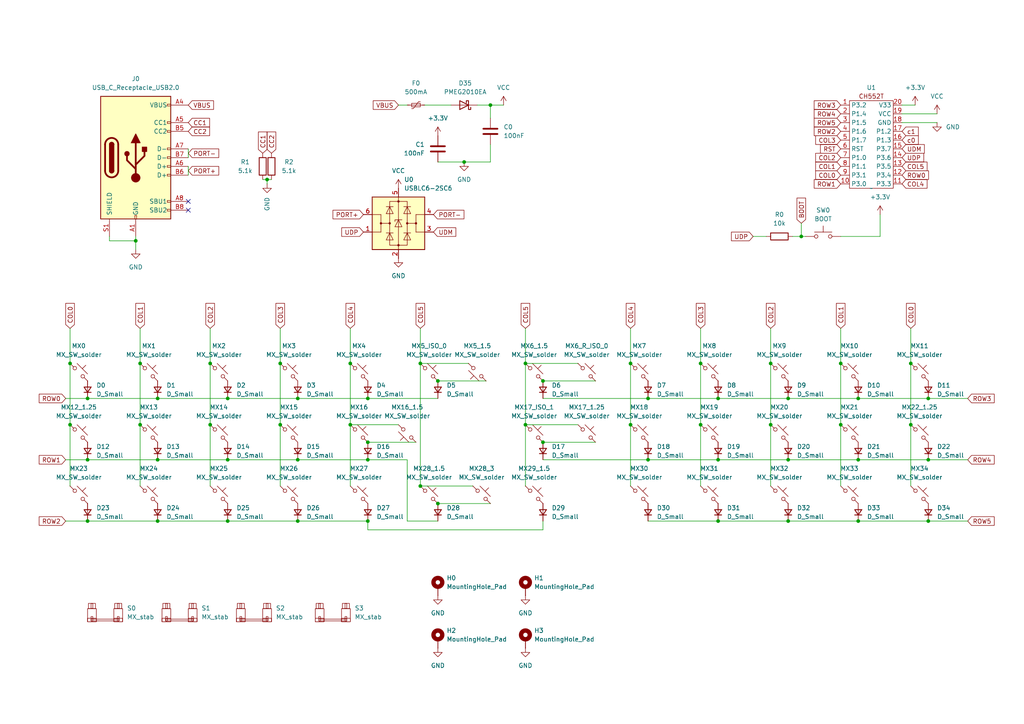
<source format=kicad_sch>
(kicad_sch (version 20250114) (generator "eeschema") (generator_version "9.0")
  (paper "A4")
  (junction (at 248.92 115.57))
  (junction (at 264.16 105.41))
  (junction (at 40.64 123.19))
  (junction (at 269.24 133.35))
  (junction (at 25.4 115.57))
  (junction (at 39.37 69.85))
  (junction (at 77.47 52.07))
  (junction (at 121.92 105.41))
  (junction (at 106.68 151.13))
  (junction (at 232.41 68.58))
  (junction (at 40.64 105.41))
  (junction (at 66.04 115.57))
  (junction (at 157.48 128.27))
  (junction (at 86.36 151.13))
  (junction (at 269.24 115.57))
  (junction (at 45.72 133.35))
  (junction (at 208.28 151.13))
  (junction (at 121.92 140.97))
  (junction (at 248.92 133.35))
  (junction (at 20.32 105.41))
  (junction (at 228.6 151.13))
  (junction (at 208.28 133.35))
  (junction (at 101.6 105.41))
  (junction (at 127 146.05))
  (junction (at 269.24 151.13))
  (junction (at 66.04 133.35))
  (junction (at 223.52 123.19))
  (junction (at 264.16 123.19))
  (junction (at 157.48 110.49))
  (junction (at 248.92 151.13))
  (junction (at 223.52 105.41))
  (junction (at 101.6 123.19))
  (junction (at 203.2 123.19))
  (junction (at 182.88 123.19))
  (junction (at 25.4 133.35))
  (junction (at 86.36 115.57))
  (junction (at 60.96 123.19))
  (junction (at 60.96 105.41))
  (junction (at 81.28 105.41))
  (junction (at 25.4 151.13))
  (junction (at 134.62 46.99))
  (junction (at 45.72 151.13))
  (junction (at 152.4 105.41))
  (junction (at 243.84 105.41))
  (junction (at 187.96 133.35))
  (junction (at 106.68 128.27))
  (junction (at 203.2 105.41))
  (junction (at 152.4 123.19))
  (junction (at 208.28 115.57))
  (junction (at 127 110.49))
  (junction (at 228.6 133.35))
  (junction (at 86.36 133.35))
  (junction (at 142.24 30.48))
  (junction (at 81.28 123.19))
  (junction (at 106.68 133.35))
  (junction (at 106.68 115.57))
  (junction (at 66.04 151.13))
  (junction (at 182.88 105.41))
  (junction (at 20.32 123.19))
  (junction (at 45.72 115.57))
  (junction (at 243.84 123.19))
  (junction (at 228.6 115.57))
  (junction (at 187.96 115.57))
  (no_connect (at 54.61 60.96))
  (no_connect (at 54.61 58.42))
  (wire (pts (xy 60.96 123.19) (xy 60.96 140.97)))
  (wire (pts (xy 106.68 115.57) (xy 127 115.57)))
  (wire (pts (xy 40.64 105.41) (xy 40.64 123.19)))
  (wire (pts (xy 142.24 30.48) (xy 146.05 30.48)))
  (wire (pts (xy 20.32 123.19) (xy 20.32 140.97)))
  (wire (pts (xy 101.6 95.25) (xy 101.6 105.41)))
  (wire (pts (xy 135.89 105.41) (xy 121.92 105.41)))
  (wire (pts (xy 157.48 133.35) (xy 187.96 133.35)))
  (wire (pts (xy 269.24 151.13) (xy 280.67 151.13)))
  (wire (pts (xy 138.43 30.48) (xy 142.24 30.48)))
  (wire (pts (xy 232.41 68.58) (xy 233.68 68.58)))
  (wire (pts (xy 203.2 95.25) (xy 203.2 105.41)))
  (wire (pts (xy 25.4 151.13) (xy 45.72 151.13)))
  (wire (pts (xy 45.72 115.57) (xy 66.04 115.57)))
  (wire (pts (xy 142.24 30.48) (xy 142.24 34.29)))
  (wire (pts (xy 31.75 69.85) (xy 39.37 69.85)))
  (wire (pts (xy 264.16 105.41) (xy 264.16 123.19)))
  (wire (pts (xy 77.47 52.07) (xy 78.74 52.07)))
  (wire (pts (xy 182.88 105.41) (xy 182.88 123.19)))
  (wire (pts (xy 261.62 30.48) (xy 265.43 30.48)))
  (wire (pts (xy 66.04 151.13) (xy 86.36 151.13)))
  (wire (pts (xy 31.75 68.58) (xy 31.75 69.85)))
  (wire (pts (xy 39.37 69.85) (xy 39.37 72.39)))
  (wire (pts (xy 187.96 115.57) (xy 208.28 115.57)))
  (wire (pts (xy 106.68 128.27) (xy 120.65 128.27)))
  (wire (pts (xy 66.04 133.35) (xy 86.36 133.35)))
  (wire (pts (xy 54.61 43.18) (xy 54.61 45.72)))
  (wire (pts (xy 25.4 133.35) (xy 45.72 133.35)))
  (wire (pts (xy 86.36 151.13) (xy 106.68 151.13)))
  (wire (pts (xy 208.28 151.13) (xy 228.6 151.13)))
  (wire (pts (xy 157.48 115.57) (xy 187.96 115.57)))
  (wire (pts (xy 229.87 68.58) (xy 232.41 68.58)))
  (wire (pts (xy 182.88 95.25) (xy 182.88 105.41)))
  (wire (pts (xy 243.84 95.25) (xy 243.84 105.41)))
  (wire (pts (xy 19.05 133.35) (xy 25.4 133.35)))
  (wire (pts (xy 134.62 46.99) (xy 142.24 46.99)))
  (wire (pts (xy 152.4 123.19) (xy 167.64 123.19)))
  (wire (pts (xy 152.4 105.41) (xy 167.64 105.41)))
  (wire (pts (xy 228.6 151.13) (xy 248.92 151.13)))
  (wire (pts (xy 243.84 68.58) (xy 255.27 68.58)))
  (wire (pts (xy 208.28 133.35) (xy 228.6 133.35)))
  (wire (pts (xy 264.16 95.25) (xy 264.16 105.41)))
  (wire (pts (xy 248.92 151.13) (xy 269.24 151.13)))
  (wire (pts (xy 121.92 95.25) (xy 121.92 105.41)))
  (wire (pts (xy 248.92 133.35) (xy 269.24 133.35)))
  (wire (pts (xy 228.6 115.57) (xy 248.92 115.57)))
  (wire (pts (xy 203.2 105.41) (xy 203.2 123.19)))
  (wire (pts (xy 76.2 52.07) (xy 77.47 52.07)))
  (wire (pts (xy 60.96 105.41) (xy 60.96 123.19)))
  (wire (pts (xy 81.28 105.41) (xy 81.28 123.19)))
  (wire (pts (xy 20.32 95.25) (xy 20.32 105.41)))
  (wire (pts (xy 152.4 95.25) (xy 152.4 105.41)))
  (wire (pts (xy 223.52 95.25) (xy 223.52 105.41)))
  (wire (pts (xy 182.88 123.19) (xy 182.88 140.97)))
  (wire (pts (xy 101.6 105.41) (xy 101.6 123.19)))
  (wire (pts (xy 127 146.05) (xy 142.24 146.05)))
  (wire (pts (xy 115.57 30.48) (xy 118.11 30.48)))
  (wire (pts (xy 269.24 133.35) (xy 280.67 133.35)))
  (wire (pts (xy 223.52 105.41) (xy 223.52 123.19)))
  (wire (pts (xy 187.96 151.13) (xy 208.28 151.13)))
  (wire (pts (xy 271.78 35.56) (xy 261.62 35.56)))
  (wire (pts (xy 203.2 123.19) (xy 203.2 140.97)))
  (wire (pts (xy 255.27 62.23) (xy 255.27 68.58)))
  (wire (pts (xy 232.41 64.77) (xy 232.41 68.58)))
  (wire (pts (xy 121.92 105.41) (xy 121.92 140.97)))
  (wire (pts (xy 243.84 105.41) (xy 243.84 123.19)))
  (wire (pts (xy 86.36 133.35) (xy 106.68 133.35)))
  (wire (pts (xy 261.62 33.02) (xy 271.78 33.02)))
  (wire (pts (xy 118.11 133.35) (xy 118.11 151.13)))
  (wire (pts (xy 60.96 95.25) (xy 60.96 105.41)))
  (wire (pts (xy 40.64 123.19) (xy 40.64 140.97)))
  (wire (pts (xy 223.52 123.19) (xy 223.52 140.97)))
  (wire (pts (xy 66.04 115.57) (xy 86.36 115.57)))
  (wire (pts (xy 157.48 110.49) (xy 172.72 110.49)))
  (wire (pts (xy 54.61 48.26) (xy 54.61 50.8)))
  (wire (pts (xy 157.48 151.13) (xy 157.48 153.67)))
  (wire (pts (xy 39.37 68.58) (xy 39.37 69.85)))
  (wire (pts (xy 20.32 105.41) (xy 20.32 123.19)))
  (wire (pts (xy 121.92 140.97) (xy 137.16 140.97)))
  (wire (pts (xy 187.96 133.35) (xy 208.28 133.35)))
  (wire (pts (xy 218.44 68.58) (xy 222.25 68.58)))
  (wire (pts (xy 157.48 153.67) (xy 106.68 153.67)))
  (wire (pts (xy 248.92 115.57) (xy 269.24 115.57)))
  (wire (pts (xy 127 46.99) (xy 134.62 46.99)))
  (wire (pts (xy 81.28 95.25) (xy 81.28 105.41)))
  (wire (pts (xy 106.68 153.67) (xy 106.68 151.13)))
  (wire (pts (xy 152.4 123.19) (xy 152.4 140.97)))
  (wire (pts (xy 101.6 123.19) (xy 115.57 123.19)))
  (wire (pts (xy 152.4 105.41) (xy 152.4 123.19)))
  (wire (pts (xy 123.19 30.48) (xy 130.81 30.48)))
  (wire (pts (xy 142.24 46.99) (xy 142.24 41.91)))
  (wire (pts (xy 208.28 115.57) (xy 228.6 115.57)))
  (wire (pts (xy 86.36 115.57) (xy 106.68 115.57)))
  (wire (pts (xy 45.72 151.13) (xy 66.04 151.13)))
  (wire (pts (xy 264.16 123.19) (xy 264.16 140.97)))
  (wire (pts (xy 77.47 52.07) (xy 77.47 53.34)))
  (wire (pts (xy 45.72 133.35) (xy 66.04 133.35)))
  (wire (pts (xy 19.05 151.13) (xy 25.4 151.13)))
  (wire (pts (xy 19.05 115.57) (xy 25.4 115.57)))
  (wire (pts (xy 106.68 133.35) (xy 118.11 133.35)))
  (wire (pts (xy 118.11 151.13) (xy 127 151.13)))
  (wire (pts (xy 25.4 115.57) (xy 45.72 115.57)))
  (wire (pts (xy 81.28 123.19) (xy 81.28 140.97)))
  (wire (pts (xy 127 110.49) (xy 140.97 110.49)))
  (wire (pts (xy 228.6 133.35) (xy 248.92 133.35)))
  (wire (pts (xy 269.24 115.57) (xy 280.67 115.57)))
  (wire (pts (xy 157.48 128.27) (xy 172.72 128.27)))
  (wire (pts (xy 243.84 123.19) (xy 243.84 140.97)))
  (wire (pts (xy 101.6 123.19) (xy 101.6 140.97)))
  (wire (pts (xy 40.64 95.25) (xy 40.64 105.41)))
  (global_label "COL1" (shape input) (at 243.84 48.26 180) (property "Intersheetrefs" "${INTERSHEET_REFS}" (effects (hide yes))))
  (global_label "COL3" (shape input) (at 243.84 40.64 180) (property "Intersheetrefs" "${INTERSHEET_REFS}" (effects (hide yes))))
  (global_label "COL4" (shape input) (at 261.62 53.34 0) (property "Intersheetrefs" "${INTERSHEET_REFS}" (effects (hide yes))))
  (global_label "COL0" (shape input) (at 20.32 95.25 90) (property "Intersheetrefs" "${INTERSHEET_REFS}" (effects (hide yes))))
  (global_label "COL0" (shape input) (at 264.16 95.25 90) (property "Intersheetrefs" "${INTERSHEET_REFS}" (effects (hide yes))))
  (global_label "ROW5" (shape input) (at 280.67 151.13 0) (property "Intersheetrefs" "${INTERSHEET_REFS}" (effects (hide yes))))
  (global_label "COL2" (shape input) (at 223.52 95.25 90) (property "Intersheetrefs" "${INTERSHEET_REFS}" (effects (hide yes))))
  (global_label "CC1" (shape input) (at 76.2 44.45 90) (property "Intersheetrefs" "${INTERSHEET_REFS}" (effects (hide yes))))
  (global_label "CC1" (shape input) (at 54.61 35.56 0) (property "Intersheetrefs" "${INTERSHEET_REFS}" (effects (hide yes))))
  (global_label "c0" (shape input) (at 261.62 40.64 0) (property "Intersheetrefs" "${INTERSHEET_REFS}" (effects (hide yes))))
  (global_label "COL1" (shape input) (at 243.84 95.25 90) (property "Intersheetrefs" "${INTERSHEET_REFS}" (effects (hide yes))))
  (global_label "COL5" (shape input) (at 261.62 48.26 0) (property "Intersheetrefs" "${INTERSHEET_REFS}" (effects (hide yes))))
  (global_label "PORT-" (shape input) (at 54.61 44.45 0) (property "Intersheetrefs" "${INTERSHEET_REFS}" (effects (hide yes))))
  (global_label "ROW0" (shape input) (at 261.62 50.8 0) (property "Intersheetrefs" "${INTERSHEET_REFS}" (effects (hide yes))))
  (global_label "ROW2" (shape input) (at 19.05 151.13 180) (property "Intersheetrefs" "${INTERSHEET_REFS}" (effects (hide yes))))
  (global_label "PORT+" (shape input) (at 54.61 49.53 0) (property "Intersheetrefs" "${INTERSHEET_REFS}" (effects (hide yes))))
  (global_label "CC2" (shape input) (at 78.74 44.45 90) (property "Intersheetrefs" "${INTERSHEET_REFS}" (effects (hide yes))))
  (global_label "ROW0" (shape input) (at 19.05 115.57 180) (property "Intersheetrefs" "${INTERSHEET_REFS}" (effects (hide yes))))
  (global_label "COL5" (shape input) (at 152.4 95.25 90) (property "Intersheetrefs" "${INTERSHEET_REFS}" (effects (hide yes))))
  (global_label "BOOT" (shape input) (at 232.41 64.77 90) (property "Intersheetrefs" "${INTERSHEET_REFS}" (effects (hide yes))))
  (global_label "UDP" (shape input) (at 105.41 67.31 180) (property "Intersheetrefs" "${INTERSHEET_REFS}" (effects (hide yes))))
  (global_label "COL0" (shape input) (at 243.84 50.8 180) (property "Intersheetrefs" "${INTERSHEET_REFS}" (effects (hide yes))))
  (global_label "UDM" (shape input) (at 125.73 67.31 0) (property "Intersheetrefs" "${INTERSHEET_REFS}" (effects (hide yes))))
  (global_label "COL3" (shape input) (at 81.28 95.25 90) (property "Intersheetrefs" "${INTERSHEET_REFS}" (effects (hide yes))))
  (global_label "COL3" (shape input) (at 203.2 95.25 90) (property "Intersheetrefs" "${INTERSHEET_REFS}" (effects (hide yes))))
  (global_label "COL4" (shape input) (at 101.6 95.25 90) (property "Intersheetrefs" "${INTERSHEET_REFS}" (effects (hide yes))))
  (global_label "ROW3" (shape input) (at 243.84 30.48 180) (property "Intersheetrefs" "${INTERSHEET_REFS}" (effects (hide yes))))
  (global_label "UDP" (shape input) (at 261.62 45.72 0) (property "Intersheetrefs" "${INTERSHEET_REFS}" (effects (hide yes))))
  (global_label "ROW4" (shape input) (at 280.67 133.35 0) (property "Intersheetrefs" "${INTERSHEET_REFS}" (effects (hide yes))))
  (global_label "ROW2" (shape input) (at 243.84 38.1 180) (property "Intersheetrefs" "${INTERSHEET_REFS}" (effects (hide yes))))
  (global_label "UDM" (shape input) (at 261.62 43.18 0) (property "Intersheetrefs" "${INTERSHEET_REFS}" (effects (hide yes))))
  (global_label "c1" (shape input) (at 261.62 38.1 0) (property "Intersheetrefs" "${INTERSHEET_REFS}" (effects (hide yes))))
  (global_label "ROW4" (shape input) (at 243.84 33.02 180) (property "Intersheetrefs" "${INTERSHEET_REFS}" (effects (hide yes))))
  (global_label "COL1" (shape input) (at 40.64 95.25 90) (property "Intersheetrefs" "${INTERSHEET_REFS}" (effects (hide yes))))
  (global_label "VBUS" (shape input) (at 54.61 30.48 0) (property "Intersheetrefs" "${INTERSHEET_REFS}" (effects (hide yes))))
  (global_label "ROW1" (shape input) (at 243.84 53.34 180) (property "Intersheetrefs" "${INTERSHEET_REFS}" (effects (hide yes))))
  (global_label "RST" (shape input) (at 243.84 43.18 180) (property "Intersheetrefs" "${INTERSHEET_REFS}" (effects (hide yes))))
  (global_label "ROW5" (shape input) (at 243.84 35.56 180) (property "Intersheetrefs" "${INTERSHEET_REFS}" (effects (hide yes))))
  (global_label "ROW3" (shape input) (at 280.67 115.57 0) (property "Intersheetrefs" "${INTERSHEET_REFS}" (effects (hide yes))))
  (global_label "COL2" (shape input) (at 60.96 95.25 90) (property "Intersheetrefs" "${INTERSHEET_REFS}" (effects (hide yes))))
  (global_label "ROW1" (shape input) (at 19.05 133.35 180) (property "Intersheetrefs" "${INTERSHEET_REFS}" (effects (hide yes))))
  (global_label "UDP" (shape input) (at 218.44 68.58 180) (property "Intersheetrefs" "${INTERSHEET_REFS}" (effects (hide yes))))
  (global_label "VBUS" (shape input) (at 115.57 30.48 180) (property "Intersheetrefs" "${INTERSHEET_REFS}" (effects (hide yes))))
  (global_label "COL5" (shape input) (at 121.92 95.25 90) (property "Intersheetrefs" "${INTERSHEET_REFS}" (effects (hide yes))))
  (global_label "PORT+" (shape input) (at 105.41 62.23 180) (property "Intersheetrefs" "${INTERSHEET_REFS}" (effects (hide yes))))
  (global_label "COL4" (shape input) (at 182.88 95.25 90) (property "Intersheetrefs" "${INTERSHEET_REFS}" (effects (hide yes))))
  (global_label "PORT-" (shape input) (at 125.73 62.23 0) (property "Intersheetrefs" "${INTERSHEET_REFS}" (effects (hide yes))))
  (global_label "CC2" (shape input) (at 54.61 38.1 0) (property "Intersheetrefs" "${INTERSHEET_REFS}" (effects (hide yes))))
  (global_label "COL2" (shape input) (at 243.84 45.72 180) (property "Intersheetrefs" "${INTERSHEET_REFS}" (effects (hide yes))))
  (symbol (lib_id "marbastlib-mx:MX_SW_solder") (at 138.43 107.95 180) (unit 1)
    (property "Reference" "MX5_1.5" (at 138.43 100.33 0))
    (property "Value" "MX_SW_solder" (at 138.43 102.87 0))
    (property "Footprint" "marbastlib-mx:SW_MX_1.5u" (effects (hide yes)))
    (property "Description" "Push button switch, normally open, two pins, 45° tilted" (effects (hide yes)))
  )
  (symbol (lib_id "marbastlib-mx:MX_SW_solder") (at 154.94 107.95 0) (unit 1)
    (property "Reference" "MX6_1.5" (at 154.94 100.33 0))
    (property "Value" "MX_SW_solder" (at 154.94 102.87 0))
    (property "Footprint" "marbastlib-mx:SW_MX_1.5u" (effects (hide yes)))
    (property "Description" "Push button switch, normally open, two pins, 45° tilted" (effects (hide yes)))
  )
  (symbol (lib_id "Device:D_Small") (at 86.36 130.81 90) (unit 1)
    (property "Reference" "D15" (at 88.9 129.5399 90) (effects (justify right)))
    (property "Value" "D_Small" (at 88.9 132.0799 90) (effects (justify right)))
    (property "Footprint" "Diode_SMD:D_SOD-123" (effects (hide yes)))
    (property "Description" "Diode, small symbol" (effects (hide yes)))
    (property "Sim.Device" "D" (effects (hide yes)))
    (property "Sim.Pins" "1=K 2=A" (effects (hide yes)))
  )
  (symbol (lib_id "marbastlib-mx:MX_SW_solder") (at 170.18 125.73 0) (unit 1)
    (property "Reference" "MX17_1.25" (at 170.18 118.11 0))
    (property "Value" "MX_SW_solder" (at 170.18 120.65 0))
    (property "Footprint" "marbastlib-mx:SW_MX_1.25u" (effects (hide yes)))
    (property "Description" "Push button switch, normally open, two pins, 45° tilted" (effects (hide yes)))
  )
  (symbol (lib_id "marbastlib-mx:MX_SW_solder") (at 43.18 143.51 0) (unit 1)
    (property "Reference" "MX24" (at 43.18 135.89 0))
    (property "Value" "MX_SW_solder" (at 43.18 138.43 0))
    (property "Footprint" "marbastlib-mx:SW_MX_1u" (effects (hide yes)))
    (property "Description" "Push button switch, normally open, two pins, 45° tilted" (effects (hide yes)))
  )
  (symbol (lib_id "marbastlib-mx:MX_SW_solder") (at 43.18 125.73 0) (unit 1)
    (property "Reference" "MX13" (at 43.18 118.11 0))
    (property "Value" "MX_SW_solder" (at 43.18 120.65 0))
    (property "Footprint" "marbastlib-mx:SW_MX_1u" (effects (hide yes)))
    (property "Description" "Push button switch, normally open, two pins, 45° tilted" (effects (hide yes)))
  )
  (symbol (lib_id "Mechanical:MountingHole_Pad") (at 152.4 185.42 0) (unit 1) (exclude_from_sim yes) (in_bom no)
    (property "Reference" "H3" (at 154.94 182.8799 0) (effects (justify left)))
    (property "Value" "MountingHole_Pad" (at 154.94 185.4199 0) (effects (justify left)))
    (property "Footprint" "MountingHole:MountingHole_2.2mm_M2_Pad_Via" (effects (hide yes)))
    (property "Description" "Mounting Hole with connection" (effects (hide yes)))
  )
  (symbol (lib_id "Device:D_Small") (at 86.36 113.03 90) (unit 1)
    (property "Reference" "D3" (at 88.9 111.7599 90) (effects (justify right)))
    (property "Value" "D_Small" (at 88.9 114.2999 90) (effects (justify right)))
    (property "Footprint" "Diode_SMD:D_SOD-123" (effects (hide yes)))
    (property "Description" "Diode, small symbol" (effects (hide yes)))
    (property "Sim.Device" "D" (effects (hide yes)))
    (property "Sim.Pins" "1=K 2=A" (effects (hide yes)))
  )
  (symbol (lib_id "Device:D_Small") (at 86.36 148.59 90) (unit 1)
    (property "Reference" "D26" (at 88.9 147.3199 90) (effects (justify right)))
    (property "Value" "D_Small" (at 88.9 149.8599 90) (effects (justify right)))
    (property "Footprint" "Diode_SMD:D_SOD-123" (effects (hide yes)))
    (property "Description" "Diode, small symbol" (effects (hide yes)))
    (property "Sim.Device" "D" (effects (hide yes)))
    (property "Sim.Pins" "1=K 2=A" (effects (hide yes)))
  )
  (symbol (lib_id "Device:D_Small") (at 228.6 148.59 90) (unit 1)
    (property "Reference" "D32" (at 231.14 147.3199 90) (effects (justify right)))
    (property "Value" "D_Small" (at 231.14 149.8599 90) (effects (justify right)))
    (property "Footprint" "Diode_SMD:D_SOD-123" (effects (hide yes)))
    (property "Description" "Diode, small symbol" (effects (hide yes)))
    (property "Sim.Device" "D" (effects (hide yes)))
    (property "Sim.Pins" "1=K 2=A" (effects (hide yes)))
  )
  (symbol (lib_id "Device:D_Small") (at 45.72 113.03 90) (unit 1)
    (property "Reference" "D1" (at 48.26 111.7599 90) (effects (justify right)))
    (property "Value" "D_Small" (at 48.26 114.2999 90) (effects (justify right)))
    (property "Footprint" "Diode_SMD:D_SOD-123" (effects (hide yes)))
    (property "Description" "Diode, small symbol" (effects (hide yes)))
    (property "Sim.Device" "D" (effects (hide yes)))
    (property "Sim.Pins" "1=K 2=A" (effects (hide yes)))
  )
  (symbol (lib_id "Device:D_Small") (at 25.4 148.59 90) (unit 1)
    (property "Reference" "D23" (at 27.94 147.3199 90) (effects (justify right)))
    (property "Value" "D_Small" (at 27.94 149.8599 90) (effects (justify right)))
    (property "Footprint" "Diode_SMD:D_SOD-123" (effects (hide yes)))
    (property "Description" "Diode, small symbol" (effects (hide yes)))
    (property "Sim.Device" "D" (effects (hide yes)))
    (property "Sim.Pins" "1=K 2=A" (effects (hide yes)))
  )
  (symbol (lib_id "Device:D_Small") (at 66.04 148.59 90) (unit 1)
    (property "Reference" "D25" (at 68.58 147.3199 90) (effects (justify right)))
    (property "Value" "D_Small" (at 68.58 149.8599 90) (effects (justify right)))
    (property "Footprint" "Diode_SMD:D_SOD-123" (effects (hide yes)))
    (property "Description" "Diode, small symbol" (effects (hide yes)))
    (property "Sim.Device" "D" (effects (hide yes)))
    (property "Sim.Pins" "1=K 2=A" (effects (hide yes)))
  )
  (symbol (lib_id "Device:C") (at 142.24 38.1 0) (unit 1)
    (property "Reference" "C0" (at 146.05 36.83 0) (effects (justify left)))
    (property "Value" "100nF" (at 146.05 39.37 0) (effects (justify left)))
    (property "Footprint" "Capacitor_SMD:C_0603_1608Metric" (effects (hide yes)))
    (property "LCSC" "C1525" (effects (hide yes)))
  )
  (symbol (lib_id "marbastlib-mx:MX_SW_solder") (at 22.86 107.95 0) (unit 1)
    (property "Reference" "MX0" (at 22.86 100.33 0))
    (property "Value" "MX_SW_solder" (at 22.86 102.87 0))
    (property "Footprint" "marbastlib-mx:SW_MX_1u" (effects (hide yes)))
    (property "Description" "Push button switch, normally open, two pins, 45° tilted" (effects (hide yes)))
  )
  (symbol (lib_id "marbastlib-mx:MX_SW_solder") (at 124.46 107.95 0) (unit 1)
    (property "Reference" "MX5_ISO_0" (at 124.46 100.33 0))
    (property "Value" "MX_SW_solder" (at 124.46 102.87 0))
    (property "Footprint" "marbastlib-mx:SW_MX_1u" (effects (hide yes)))
    (property "Description" "Push button switch, normally open, two pins, 45° tilted" (effects (hide yes)))
  )
  (symbol (lib_id "Device:D_Small") (at 269.24 130.81 90) (unit 1)
    (property "Reference" "D22" (at 271.78 129.5399 90) (effects (justify right)))
    (property "Value" "D_Small" (at 271.78 132.0799 90) (effects (justify right)))
    (property "Footprint" "Diode_SMD:D_SOD-123" (effects (hide yes)))
    (property "Description" "Diode, small symbol" (effects (hide yes)))
    (property "Sim.Device" "D" (effects (hide yes)))
    (property "Sim.Pins" "1=K 2=A" (effects (hide yes)))
  )
  (symbol (lib_id "marbastlib-mx:MX_SW_solder") (at 185.42 107.95 0) (unit 1)
    (property "Reference" "MX7" (at 185.42 100.33 0))
    (property "Value" "MX_SW_solder" (at 185.42 102.87 0))
    (property "Footprint" "marbastlib-mx:SW_MX_1u" (effects (hide yes)))
    (property "Description" "Push button switch, normally open, two pins, 45° tilted" (effects (hide yes)))
  )
  (symbol (lib_id "power:+3.3V") (at 255.27 62.23 0) (mirror y) (unit 1)
    (property "Reference" "#PWR07" (effects (hide yes)))
    (property "Value" "+3.3V" (at 255.27 57.15 0))
  )
  (symbol (lib_id "marbastlib-mx:MX_SW_solder") (at 22.86 143.51 0) (unit 1)
    (property "Reference" "MX23" (at 22.86 135.89 0))
    (property "Value" "MX_SW_solder" (at 22.86 138.43 0))
    (property "Footprint" "marbastlib-mx:SW_MX_1u" (effects (hide yes)))
    (property "Description" "Push button switch, normally open, two pins, 45° tilted" (effects (hide yes)))
  )
  (symbol (lib_id "Device:D_Small") (at 228.6 113.03 90) (unit 1)
    (property "Reference" "D9" (at 231.14 111.7599 90) (effects (justify right)))
    (property "Value" "D_Small" (at 231.14 114.2999 90) (effects (justify right)))
    (property "Footprint" "Diode_SMD:D_SOD-123" (effects (hide yes)))
    (property "Description" "Diode, small symbol" (effects (hide yes)))
    (property "Sim.Device" "D" (effects (hide yes)))
    (property "Sim.Pins" "1=K 2=A" (effects (hide yes)))
  )
  (symbol (lib_id "Device:D_Small") (at 45.72 130.81 90) (unit 1)
    (property "Reference" "D13" (at 48.26 129.5399 90) (effects (justify right)))
    (property "Value" "D_Small" (at 48.26 132.0799 90) (effects (justify right)))
    (property "Footprint" "Diode_SMD:D_SOD-123" (effects (hide yes)))
    (property "Description" "Diode, small symbol" (effects (hide yes)))
    (property "Sim.Device" "D" (effects (hide yes)))
    (property "Sim.Pins" "1=K 2=A" (effects (hide yes)))
  )
  (symbol (lib_id "marbastlib-mx:MX_SW_solder") (at 205.74 125.73 0) (unit 1)
    (property "Reference" "MX19" (at 205.74 118.11 0))
    (property "Value" "MX_SW_solder" (at 205.74 120.65 0))
    (property "Footprint" "marbastlib-mx:SW_MX_1u" (effects (hide yes)))
    (property "Description" "Push button switch, normally open, two pins, 45° tilted" (effects (hide yes)))
  )
  (symbol (lib_id "power:GND") (at 134.62 46.99 0) (unit 1)
    (property "Reference" "#PWR012" (effects (hide yes)))
    (property "Value" "GND" (at 134.62 52.07 0))
  )
  (symbol (lib_id "Device:D_Small") (at 187.96 113.03 90) (unit 1)
    (property "Reference" "D7" (at 190.5 111.7599 90) (effects (justify right)))
    (property "Value" "D_Small" (at 190.5 114.2999 90) (effects (justify right)))
    (property "Footprint" "Diode_SMD:D_SOD-123" (effects (hide yes)))
    (property "Description" "Diode, small symbol" (effects (hide yes)))
    (property "Sim.Device" "D" (effects (hide yes)))
    (property "Sim.Pins" "1=K 2=A" (effects (hide yes)))
  )
  (symbol (lib_id "Device:D_Small") (at 187.96 148.59 90) (unit 1)
    (property "Reference" "D30" (at 190.5 147.3199 90) (effects (justify right)))
    (property "Value" "D_Small" (at 190.5 149.8599 90) (effects (justify right)))
    (property "Footprint" "Diode_SMD:D_SOD-123" (effects (hide yes)))
    (property "Description" "Diode, small symbol" (effects (hide yes)))
    (property "Sim.Device" "D" (effects (hide yes)))
    (property "Sim.Pins" "1=K 2=A" (effects (hide yes)))
  )
  (symbol (lib_id "marbastlib-mx:MX_SW_solder") (at 205.74 143.51 0) (unit 1)
    (property "Reference" "MX31" (at 205.74 135.89 0))
    (property "Value" "MX_SW_solder" (at 205.74 138.43 0))
    (property "Footprint" "marbastlib-mx:SW_MX_1u" (effects (hide yes)))
    (property "Description" "Push button switch, normally open, two pins, 45° tilted" (effects (hide yes)))
  )
  (symbol (lib_id "Device:D_Small") (at 25.4 113.03 90) (unit 1)
    (property "Reference" "D0" (at 27.94 111.7599 90) (effects (justify right)))
    (property "Value" "D_Small" (at 27.94 114.2999 90) (effects (justify right)))
    (property "Footprint" "Diode_SMD:D_SOD-123" (effects (hide yes)))
    (property "Description" "Diode, small symbol" (effects (hide yes)))
    (property "Sim.Device" "D" (effects (hide yes)))
    (property "Sim.Pins" "1=K 2=A" (effects (hide yes)))
  )
  (symbol (lib_id "power:VCC") (at 146.05 30.48 0) (mirror y) (unit 1)
    (property "Reference" "#PWR010" (effects (hide yes)))
    (property "Value" "VCC" (at 146.05 25.4 0))
  )
  (symbol (lib_id "marbastlib-mx:MX_SW_solder") (at 63.5 143.51 0) (unit 1)
    (property "Reference" "MX25" (at 63.5 135.89 0))
    (property "Value" "MX_SW_solder" (at 63.5 138.43 0))
    (property "Footprint" "marbastlib-mx:SW_MX_1u" (effects (hide yes)))
    (property "Description" "Push button switch, normally open, two pins, 45° tilted" (effects (hide yes)))
  )
  (symbol (lib_id "Device:D_Small") (at 157.48 130.81 90) (unit 1)
    (property "Reference" "D17" (at 160.02 129.5399 90) (effects (justify right)))
    (property "Value" "D_Small" (at 160.02 132.0799 90) (effects (justify right)))
    (property "Footprint" "Diode_SMD:D_SOD-123" (effects (hide yes)))
    (property "Description" "Diode, small symbol" (effects (hide yes)))
    (property "Sim.Device" "D" (effects (hide yes)))
    (property "Sim.Pins" "1=K 2=A" (effects (hide yes)))
  )
  (symbol (lib_id "apfel:mcu_ch552t_tssop-20") (at 252.73 41.91 0) (unit 1)
    (property "Reference" "U1" (at 252.73 25.4 0))
    (property "Value" "~" (at 252.73 54.61 0))
    (property "Footprint" "Package_SO:TSSOP-20_4.4x6.5mm_P0.65mm" (effects (hide yes)))
    (property "JLCPCB_CORRECTION" "0; 0; 270" (effects (hide yes)))
    (property "LCSC" "C111367" (effects (hide yes)))
  )
  (symbol (lib_id "marbastlib-mx:MX_SW_solder") (at 104.14 107.95 0) (unit 1)
    (property "Reference" "MX4" (at 104.14 100.33 0))
    (property "Value" "MX_SW_solder" (at 104.14 102.87 0))
    (property "Footprint" "marbastlib-mx:SW_MX_1u" (effects (hide yes)))
    (property "Description" "Push button switch, normally open, two pins, 45° tilted" (effects (hide yes)))
  )
  (symbol (lib_id "marbastlib-mx:MX_SW_solder") (at 266.7 143.51 0) (unit 1)
    (property "Reference" "MX34" (at 266.7 135.89 0))
    (property "Value" "MX_SW_solder" (at 266.7 138.43 0))
    (property "Footprint" "marbastlib-mx:SW_MX_1u" (effects (hide yes)))
    (property "Description" "Push button switch, normally open, two pins, 45° tilted" (effects (hide yes)))
  )
  (symbol (lib_id "power:GND") (at 152.4 187.96 0) (unit 1)
    (property "Reference" "#PWR03" (effects (hide yes)))
    (property "Value" "GND" (at 152.4 193.04 0))
    (property "Description" "Power symbol creates a global label with name \"GND\" , ground" (effects (hide yes)))
  )
  (symbol (lib_id "Device:D_Small") (at 208.28 113.03 90) (unit 1)
    (property "Reference" "D8" (at 210.82 111.7599 90) (effects (justify right)))
    (property "Value" "D_Small" (at 210.82 114.2999 90) (effects (justify right)))
    (property "Footprint" "Diode_SMD:D_SOD-123" (effects (hide yes)))
    (property "Description" "Diode, small symbol" (effects (hide yes)))
    (property "Sim.Device" "D" (effects (hide yes)))
    (property "Sim.Pins" "1=K 2=A" (effects (hide yes)))
  )
  (symbol (lib_id "Device:D_Small") (at 248.92 113.03 90) (unit 1)
    (property "Reference" "D10" (at 251.46 111.7599 90) (effects (justify right)))
    (property "Value" "D_Small" (at 251.46 114.2999 90) (effects (justify right)))
    (property "Footprint" "Diode_SMD:D_SOD-123" (effects (hide yes)))
    (property "Description" "Diode, small symbol" (effects (hide yes)))
    (property "Sim.Device" "D" (effects (hide yes)))
    (property "Sim.Pins" "1=K 2=A" (effects (hide yes)))
  )
  (symbol (lib_id "Device:R") (at 226.06 68.58 90) (unit 1)
    (property "Reference" "R0" (at 226.06 62.23 90))
    (property "Value" "10k" (at 226.06 64.77 90))
    (property "Footprint" "Resistor_SMD:R_0603_1608Metric" (effects (hide yes)))
    (property "LCSC" "C25744" (effects (hide yes)))
  )
  (symbol (lib_id "Device:D_Small") (at 269.24 113.03 90) (unit 1)
    (property "Reference" "D11" (at 271.78 111.7599 90) (effects (justify right)))
    (property "Value" "D_Small" (at 271.78 114.2999 90) (effects (justify right)))
    (property "Footprint" "Diode_SMD:D_SOD-123" (effects (hide yes)))
    (property "Description" "Diode, small symbol" (effects (hide yes)))
    (property "Sim.Device" "D" (effects (hide yes)))
    (property "Sim.Pins" "1=K 2=A" (effects (hide yes)))
  )
  (symbol (lib_id "marbastlib-mx:MX_SW_solder") (at 246.38 143.51 0) (unit 1)
    (property "Reference" "MX33" (at 246.38 135.89 0))
    (property "Value" "MX_SW_solder" (at 246.38 138.43 0))
    (property "Footprint" "marbastlib-mx:SW_MX_1u" (effects (hide yes)))
    (property "Description" "Push button switch, normally open, two pins, 45° tilted" (effects (hide yes)))
  )
  (symbol (lib_id "marbastlib-mx:MX_SW_solder") (at 43.18 107.95 0) (unit 1)
    (property "Reference" "MX1" (at 43.18 100.33 0))
    (property "Value" "MX_SW_solder" (at 43.18 102.87 0))
    (property "Footprint" "marbastlib-mx:SW_MX_1u" (effects (hide yes)))
    (property "Description" "Push button switch, normally open, two pins, 45° tilted" (effects (hide yes)))
  )
  (symbol (lib_id "Device:D_Small") (at 106.68 113.03 90) (unit 1)
    (property "Reference" "D4" (at 109.22 111.7599 90) (effects (justify right)))
    (property "Value" "D_Small" (at 109.22 114.2999 90) (effects (justify right)))
    (property "Footprint" "Diode_SMD:D_SOD-123" (effects (hide yes)))
    (property "Description" "Diode, small symbol" (effects (hide yes)))
    (property "Sim.Device" "D" (effects (hide yes)))
    (property "Sim.Pins" "1=K 2=A" (effects (hide yes)))
  )
  (symbol (lib_id "Device:D_Small") (at 208.28 148.59 90) (unit 1)
    (property "Reference" "D31" (at 210.82 147.3199 90) (effects (justify right)))
    (property "Value" "D_Small" (at 210.82 149.8599 90) (effects (justify right)))
    (property "Footprint" "Diode_SMD:D_SOD-123" (effects (hide yes)))
    (property "Description" "Diode, small symbol" (effects (hide yes)))
    (property "Sim.Device" "D" (effects (hide yes)))
    (property "Sim.Pins" "1=K 2=A" (effects (hide yes)))
  )
  (symbol (lib_id "Device:D_Small") (at 248.92 130.81 90) (unit 1)
    (property "Reference" "D21" (at 251.46 129.5399 90) (effects (justify right)))
    (property "Value" "D_Small" (at 251.46 132.0799 90) (effects (justify right)))
    (property "Footprint" "Diode_SMD:D_SOD-123" (effects (hide yes)))
    (property "Description" "Diode, small symbol" (effects (hide yes)))
    (property "Sim.Device" "D" (effects (hide yes)))
    (property "Sim.Pins" "1=K 2=A" (effects (hide yes)))
  )
  (symbol (lib_id "power:+3.3V") (at 127 39.37 0) (mirror y) (unit 1)
    (property "Reference" "#PWR011" (effects (hide yes)))
    (property "Value" "+3.3V" (at 127 34.29 0))
  )
  (symbol (lib_id "Switch:SW_Push") (at 238.76 68.58 0) (unit 1)
    (property "Reference" "SW0" (at 238.76 60.96 0))
    (property "Value" "BOOT" (at 238.76 63.5 0))
    (property "Footprint" "Button_Switch_SMD:SW_Push_SPST_NO_Alps_SKRK" (effects (hide yes)))
    (property "LCSC" "C115357" (effects (hide yes)))
  )
  (symbol (lib_id "marbastlib-mx:MX_SW_solder") (at 118.11 125.73 180) (unit 1)
    (property "Reference" "MX16_1.5" (at 118.11 118.11 0))
    (property "Value" "MX_SW_solder" (at 118.11 120.65 0))
    (property "Footprint" "marbastlib-mx:SW_MX_1.5u" (effects (hide yes)))
    (property "Description" "Push button switch, normally open, two pins, 45° tilted" (effects (hide yes)))
  )
  (symbol (lib_id "marbastlib-mx:MX_SW_solder") (at 139.7 143.51 0) (unit 1)
    (property "Reference" "MX28_3" (at 139.7 135.89 0))
    (property "Value" "MX_SW_solder" (at 139.7 138.43 0))
    (property "Footprint" "marbastlib-mx:SW_MX_1u" (effects (hide yes)))
    (property "Description" "Push button switch, normally open, two pins, 45° tilted" (effects (hide yes)))
  )
  (symbol (lib_id "marbastlib-mx:MX_SW_solder") (at 83.82 107.95 0) (unit 1)
    (property "Reference" "MX3" (at 83.82 100.33 0))
    (property "Value" "MX_SW_solder" (at 83.82 102.87 0))
    (property "Footprint" "marbastlib-mx:SW_MX_1u" (effects (hide yes)))
    (property "Description" "Push button switch, normally open, two pins, 45° tilted" (effects (hide yes)))
  )
  (symbol (lib_id "power:GND") (at 127 172.72 0) (unit 1)
    (property "Reference" "#PWR00" (effects (hide yes)))
    (property "Value" "GND" (at 127 177.8 0))
    (property "Description" "Power symbol creates a global label with name \"GND\" , ground" (effects (hide yes)))
  )
  (symbol (lib_id "marbastlib-mx:MX_stab") (at 73.66 177.8 0) (unit 1)
    (property "Reference" "S2" (at 80.01 176.4029 0) (effects (justify left)))
    (property "Value" "MX_stab" (at 80.01 178.9429 0) (effects (justify left)))
    (property "Footprint" "marbastlib-mx:STAB_MX_P_3u" (effects (hide yes)))
    (property "Description" "Cherry MX-style stabilizer" (effects (hide yes)))
  )
  (symbol (lib_id "marbastlib-mx:MX_SW_solder") (at 185.42 125.73 0) (unit 1)
    (property "Reference" "MX18" (at 185.42 118.11 0))
    (property "Value" "MX_SW_solder" (at 185.42 120.65 0))
    (property "Footprint" "marbastlib-mx:SW_MX_1u" (effects (hide yes)))
    (property "Description" "Push button switch, normally open, two pins, 45° tilted" (effects (hide yes)))
  )
  (symbol (lib_id "Mechanical:MountingHole_Pad") (at 152.4 170.18 0) (unit 1) (exclude_from_sim yes) (in_bom no)
    (property "Reference" "H1" (at 154.94 167.6399 0) (effects (justify left)))
    (property "Value" "MountingHole_Pad" (at 154.94 170.1799 0) (effects (justify left)))
    (property "Footprint" "MountingHole:MountingHole_2.2mm_M2_Pad_Via" (effects (hide yes)))
    (property "Description" "Mounting Hole with connection" (effects (hide yes)))
  )
  (symbol (lib_id "marbastlib-mx:MX_stab") (at 52.07 177.8 0) (unit 1)
    (property "Reference" "S1" (at 58.42 176.4029 0) (effects (justify left)))
    (property "Value" "MX_stab" (at 58.42 178.9429 0) (effects (justify left)))
    (property "Footprint" "marbastlib-mx:STAB_MX_P_ISO" (effects (hide yes)))
    (property "Description" "Cherry MX-style stabilizer" (effects (hide yes)))
  )
  (symbol (lib_id "marbastlib-mx:MX_stab") (at 96.52 177.8 0) (unit 1)
    (property "Reference" "S3" (at 102.87 176.4029 0) (effects (justify left)))
    (property "Value" "MX_stab" (at 102.87 178.9429 0) (effects (justify left)))
    (property "Footprint" "marbastlib-mx:STAB_MX_P_ISO" (effects (hide yes)))
    (property "Description" "Cherry MX-style stabilizer" (effects (hide yes)))
  )
  (symbol (lib_id "marbastlib-mx:MX_SW_solder") (at 205.74 107.95 0) (unit 1)
    (property "Reference" "MX8" (at 205.74 100.33 0))
    (property "Value" "MX_SW_solder" (at 205.74 102.87 0))
    (property "Footprint" "marbastlib-mx:SW_MX_1u" (effects (hide yes)))
    (property "Description" "Push button switch, normally open, two pins, 45° tilted" (effects (hide yes)))
  )
  (symbol (lib_id "marbastlib-mx:MX_stab") (at 30.48 177.8 0) (unit 1)
    (property "Reference" "S0" (at 36.83 176.4029 0) (effects (justify left)))
    (property "Value" "MX_stab" (at 36.83 178.9429 0) (effects (justify left)))
    (property "Footprint" "marbastlib-mx:STAB_MX_P_ISO" (effects (hide yes)))
    (property "Description" "Cherry MX-style stabilizer" (effects (hide yes)))
  )
  (symbol (lib_id "marbastlib-mx:MX_SW_solder") (at 104.14 143.51 0) (unit 1)
    (property "Reference" "MX27" (at 104.14 135.89 0))
    (property "Value" "MX_SW_solder" (at 104.14 138.43 0))
    (property "Footprint" "marbastlib-mx:SW_MX_1u" (effects (hide yes)))
    (property "Description" "Push button switch, normally open, two pins, 45° tilted" (effects (hide yes)))
  )
  (symbol (lib_id "power:VCC") (at 271.78 33.02 0) (unit 1)
    (property "Reference" "#PWR05" (effects (hide yes)))
    (property "Value" "VCC" (at 271.78 27.94 0))
  )
  (symbol (lib_id "marbastlib-mx:MX_SW_solder") (at 63.5 125.73 0) (unit 1)
    (property "Reference" "MX14" (at 63.5 118.11 0))
    (property "Value" "MX_SW_solder" (at 63.5 120.65 0))
    (property "Footprint" "marbastlib-mx:SW_MX_1u" (effects (hide yes)))
    (property "Description" "Push button switch, normally open, two pins, 45° tilted" (effects (hide yes)))
  )
  (symbol (lib_id "marbastlib-mx:MX_SW_solder") (at 63.5 107.95 0) (unit 1)
    (property "Reference" "MX2" (at 63.5 100.33 0))
    (property "Value" "MX_SW_solder" (at 63.5 102.87 0))
    (property "Footprint" "marbastlib-mx:SW_MX_1u" (effects (hide yes)))
    (property "Description" "Push button switch, normally open, two pins, 45° tilted" (effects (hide yes)))
  )
  (symbol (lib_id "marbastlib-mx:MX_SW_solder") (at 154.94 143.51 0) (unit 1)
    (property "Reference" "MX29_1.5" (at 154.94 135.89 0))
    (property "Value" "MX_SW_solder" (at 154.94 138.43 0))
    (property "Footprint" "marbastlib-mx:SW_MX_1.5u" (effects (hide yes)))
    (property "Description" "Push button switch, normally open, two pins, 45° tilted" (effects (hide yes)))
  )
  (symbol (lib_id "Device:D_Small") (at 106.68 148.59 90) (unit 1)
    (property "Reference" "D27" (at 109.22 147.3199 90) (effects (justify right)))
    (property "Value" "D_Small" (at 109.22 149.8599 90) (effects (justify right)))
    (property "Footprint" "Diode_SMD:D_SOD-123" (effects (hide yes)))
    (property "Description" "Diode, small symbol" (effects (hide yes)))
    (property "Sim.Device" "D" (effects (hide yes)))
    (property "Sim.Pins" "1=K 2=A" (effects (hide yes)))
  )
  (symbol (lib_id "Device:D_Small") (at 66.04 130.81 90) (unit 1)
    (property "Reference" "D14" (at 68.58 129.5399 90) (effects (justify right)))
    (property "Value" "D_Small" (at 68.58 132.0799 90) (effects (justify right)))
    (property "Footprint" "Diode_SMD:D_SOD-123" (effects (hide yes)))
    (property "Description" "Diode, small symbol" (effects (hide yes)))
    (property "Sim.Device" "D" (effects (hide yes)))
    (property "Sim.Pins" "1=K 2=A" (effects (hide yes)))
  )
  (symbol (lib_id "power:+3.3V") (at 265.43 30.48 0) (unit 1)
    (property "Reference" "#PWR04" (effects (hide yes)))
    (property "Value" "+3.3V" (at 265.43 25.4 0))
  )
  (symbol (lib_id "power:GND") (at 39.37 72.39 0) (unit 1)
    (property "Reference" "#PWR09" (effects (hide yes)))
    (property "Value" "GND" (at 39.37 77.47 0))
  )
  (symbol (lib_id "Device:D_Small") (at 187.96 130.81 90) (unit 1)
    (property "Reference" "D18" (at 190.5 129.5399 90) (effects (justify right)))
    (property "Value" "D_Small" (at 190.5 132.0799 90) (effects (justify right)))
    (property "Footprint" "Diode_SMD:D_SOD-123" (effects (hide yes)))
    (property "Description" "Diode, small symbol" (effects (hide yes)))
    (property "Sim.Device" "D" (effects (hide yes)))
    (property "Sim.Pins" "1=K 2=A" (effects (hide yes)))
  )
  (symbol (lib_id "marbastlib-mx:MX_SW_solder") (at 226.06 143.51 0) (unit 1)
    (property "Reference" "MX32" (at 226.06 135.89 0))
    (property "Value" "MX_SW_solder" (at 226.06 138.43 0))
    (property "Footprint" "marbastlib-mx:SW_MX_1u" (effects (hide yes)))
    (property "Description" "Push button switch, normally open, two pins, 45° tilted" (effects (hide yes)))
  )
  (symbol (lib_id "Device:R") (at 76.2 48.26 0) (mirror y) (unit 1)
    (property "Reference" "R1" (at 71.12 46.99 0))
    (property "Value" "5.1k" (at 71.12 49.53 0))
    (property "Footprint" "Resistor_SMD:R_0603_1608Metric" (effects (hide yes)))
    (property "LCSC" "C25905" (effects (hide yes)))
  )
  (symbol (lib_id "marbastlib-mx:MX_SW_solder") (at 266.7 125.73 0) (unit 1)
    (property "Reference" "MX22_1.25" (at 266.7 118.11 0))
    (property "Value" "MX_SW_solder" (at 266.7 120.65 0))
    (property "Footprint" "marbastlib-mx:SW_MX_1.25u" (effects (hide yes)))
    (property "Description" "Push button switch, normally open, two pins, 45° tilted" (effects (hide yes)))
  )
  (symbol (lib_id "marbastlib-mx:MX_SW_solder") (at 226.06 125.73 0) (unit 1)
    (property "Reference" "MX20" (at 226.06 118.11 0))
    (property "Value" "MX_SW_solder" (at 226.06 120.65 0))
    (property "Footprint" "marbastlib-mx:SW_MX_1u" (effects (hide yes)))
    (property "Description" "Push button switch, normally open, two pins, 45° tilted" (effects (hide yes)))
  )
  (symbol (lib_id "Device:D_Small") (at 248.92 148.59 90) (unit 1)
    (property "Reference" "D33" (at 251.46 147.3199 90) (effects (justify right)))
    (property "Value" "D_Small" (at 251.46 149.8599 90) (effects (justify right)))
    (property "Footprint" "Diode_SMD:D_SOD-123" (effects (hide yes)))
    (property "Description" "Diode, small symbol" (effects (hide yes)))
    (property "Sim.Device" "D" (effects (hide yes)))
    (property "Sim.Pins" "1=K 2=A" (effects (hide yes)))
  )
  (symbol (lib_id "marbastlib-mx:MX_SW_solder") (at 83.82 143.51 0) (unit 1)
    (property "Reference" "MX26" (at 83.82 135.89 0))
    (property "Value" "MX_SW_solder" (at 83.82 138.43 0))
    (property "Footprint" "marbastlib-mx:SW_MX_1u" (effects (hide yes)))
    (property "Description" "Push button switch, normally open, two pins, 45° tilted" (effects (hide yes)))
  )
  (symbol (lib_id "marbastlib-mx:MX_SW_solder") (at 170.18 107.95 0) (unit 1)
    (property "Reference" "MX6_R_ISO_0" (at 170.18 100.33 0))
    (property "Value" "MX_SW_solder" (at 170.18 102.87 0))
    (property "Footprint" "marbastlib-mx:SW_MX_1u" (effects (hide yes)))
    (property "Description" "Push button switch, normally open, two pins, 45° tilted" (effects (hide yes)))
  )
  (symbol (lib_id "marbastlib-mx:MX_SW_solder") (at 104.14 125.73 0) (unit 1)
    (property "Reference" "MX16" (at 104.14 118.11 0))
    (property "Value" "MX_SW_solder" (at 104.14 120.65 0))
    (property "Footprint" "marbastlib-mx:SW_MX_1u" (effects (hide yes)))
    (property "Description" "Push button switch, normally open, two pins, 45° tilted" (effects (hide yes)))
  )
  (symbol (lib_id "Device:Polyfuse_Small") (at 120.65 30.48 270) (unit 1)
    (property "Reference" "F0" (at 120.65 24.13 90))
    (property "Value" "500mA" (at 120.65 26.67 90))
    (property "Footprint" "Fuse:Fuse_0603_1608Metric" (effects (hide yes)))
    (property "LCSC" "C210357" (effects (hide yes)))
  )
  (symbol (lib_id "Device:D_Small") (at 127 113.03 90) (unit 1)
    (property "Reference" "D5" (at 129.54 111.7599 90) (effects (justify right)))
    (property "Value" "D_Small" (at 129.54 114.2999 90) (effects (justify right)))
    (property "Footprint" "Diode_SMD:D_SOD-123" (effects (hide yes)))
    (property "Description" "Diode, small symbol" (effects (hide yes)))
    (property "Sim.Device" "D" (effects (hide yes)))
    (property "Sim.Pins" "1=K 2=A" (effects (hide yes)))
  )
  (symbol (lib_id "Device:C") (at 127 43.18 0) (unit 1)
    (property "Reference" "C1" (at 123.19 41.91 0) (effects (justify right)))
    (property "Value" "100nF" (at 123.19 44.45 0) (effects (justify right)))
    (property "Footprint" "Capacitor_SMD:C_0603_1608Metric" (effects (hide yes)))
    (property "LCSC" "C1525" (effects (hide yes)))
  )
  (symbol (lib_id "Device:D_Small") (at 157.48 148.59 90) (unit 1)
    (property "Reference" "D29" (at 160.02 147.3199 90) (effects (justify right)))
    (property "Value" "D_Small" (at 160.02 149.8599 90) (effects (justify right)))
    (property "Footprint" "Diode_SMD:D_SOD-123" (effects (hide yes)))
    (property "Description" "Diode, small symbol" (effects (hide yes)))
    (property "Sim.Device" "D" (effects (hide yes)))
    (property "Sim.Pins" "1=K 2=A" (effects (hide yes)))
  )
  (symbol (lib_id "power:GND") (at 115.57 74.93 0) (unit 1)
    (property "Reference" "#PWR014" (effects (hide yes)))
    (property "Value" "GND" (at 115.57 80.01 0))
  )
  (symbol (lib_id "marbastlib-mx:MX_SW_solder") (at 185.42 143.51 0) (unit 1)
    (property "Reference" "MX30" (at 185.42 135.89 0))
    (property "Value" "MX_SW_solder" (at 185.42 138.43 0))
    (property "Footprint" "marbastlib-mx:SW_MX_1u" (effects (hide yes)))
    (property "Description" "Push button switch, normally open, two pins, 45° tilted" (effects (hide yes)))
  )
  (symbol (lib_id "marbastlib-mx:MX_SW_solder") (at 246.38 107.95 0) (unit 1)
    (property "Reference" "MX10" (at 246.38 100.33 0))
    (property "Value" "MX_SW_solder" (at 246.38 102.87 0))
    (property "Footprint" "marbastlib-mx:SW_MX_1u" (effects (hide yes)))
    (property "Description" "Push button switch, normally open, two pins, 45° tilted" (effects (hide yes)))
  )
  (symbol (lib_id "Device:D_Small") (at 25.4 130.81 90) (unit 1)
    (property "Reference" "D12" (at 27.94 129.5399 90) (effects (justify right)))
    (property "Value" "D_Small" (at 27.94 132.0799 90) (effects (justify right)))
    (property "Footprint" "Diode_SMD:D_SOD-123" (effects (hide yes)))
    (property "Description" "Diode, small symbol" (effects (hide yes)))
    (property "Sim.Device" "D" (effects (hide yes)))
    (property "Sim.Pins" "1=K 2=A" (effects (hide yes)))
  )
  (symbol (lib_id "power:GND") (at 77.47 53.34 0) (mirror y) (unit 1)
    (property "Reference" "#PWR08" (effects (hide yes)))
    (property "Value" "GND" (at 77.47 57.15 90) (effects (justify right)))
  )
  (symbol (lib_id "marbastlib-mx:MX_SW_solder") (at 83.82 125.73 0) (unit 1)
    (property "Reference" "MX15" (at 83.82 118.11 0))
    (property "Value" "MX_SW_solder" (at 83.82 120.65 0))
    (property "Footprint" "marbastlib-mx:SW_MX_1u" (effects (hide yes)))
    (property "Description" "Push button switch, normally open, two pins, 45° tilted" (effects (hide yes)))
  )
  (symbol (lib_id "marbastlib-mx:MX_SW_solder") (at 226.06 107.95 0) (unit 1)
    (property "Reference" "MX9" (at 226.06 100.33 0))
    (property "Value" "MX_SW_solder" (at 226.06 102.87 0))
    (property "Footprint" "marbastlib-mx:SW_MX_1u" (effects (hide yes)))
    (property "Description" "Push button switch, normally open, two pins, 45° tilted" (effects (hide yes)))
  )
  (symbol (lib_id "Device:D_Small") (at 269.24 148.59 90) (unit 1)
    (property "Reference" "D34" (at 271.78 147.3199 90) (effects (justify right)))
    (property "Value" "D_Small" (at 271.78 149.8599 90) (effects (justify right)))
    (property "Footprint" "Diode_SMD:D_SOD-123" (effects (hide yes)))
    (property "Description" "Diode, small symbol" (effects (hide yes)))
    (property "Sim.Device" "D" (effects (hide yes)))
    (property "Sim.Pins" "1=K 2=A" (effects (hide yes)))
  )
  (symbol (lib_id "Device:D_Small") (at 66.04 113.03 90) (unit 1)
    (property "Reference" "D2" (at 68.58 111.7599 90) (effects (justify right)))
    (property "Value" "D_Small" (at 68.58 114.2999 90) (effects (justify right)))
    (property "Footprint" "Diode_SMD:D_SOD-123" (effects (hide yes)))
    (property "Description" "Diode, small symbol" (effects (hide yes)))
    (property "Sim.Device" "D" (effects (hide yes)))
    (property "Sim.Pins" "1=K 2=A" (effects (hide yes)))
  )
  (symbol (lib_id "power:GND") (at 152.4 172.72 0) (unit 1)
    (property "Reference" "#PWR01" (effects (hide yes)))
    (property "Value" "GND" (at 152.4 177.8 0))
    (property "Description" "Power symbol creates a global label with name \"GND\" , ground" (effects (hide yes)))
  )
  (symbol (lib_id "Mechanical:MountingHole_Pad") (at 127 170.18 0) (unit 1) (exclude_from_sim yes) (in_bom no)
    (property "Reference" "H0" (at 129.54 167.6399 0) (effects (justify left)))
    (property "Value" "MountingHole_Pad" (at 129.54 170.1799 0) (effects (justify left)))
    (property "Footprint" "MountingHole:MountingHole_2.2mm_M2_Pad_Via" (effects (hide yes)))
    (property "Description" "Mounting Hole with connection" (effects (hide yes)))
  )
  (symbol (lib_id "marbastlib-mx:MX_SW_solder") (at 154.94 125.73 0) (unit 1)
    (property "Reference" "MX17_ISO_1" (at 154.94 118.11 0))
    (property "Value" "MX_SW_solder" (at 154.94 120.65 0))
    (property "Footprint" "marbastlib-mx:SW_MX_1u" (effects (hide yes)))
    (property "Description" "Push button switch, normally open, two pins, 45° tilted" (effects (hide yes)))
  )
  (symbol (lib_id "Mechanical:MountingHole_Pad") (at 127 185.42 0) (unit 1) (exclude_from_sim yes) (in_bom no)
    (property "Reference" "H2" (at 129.54 182.8799 0) (effects (justify left)))
    (property "Value" "MountingHole_Pad" (at 129.54 185.4199 0) (effects (justify left)))
    (property "Footprint" "MountingHole:MountingHole_2.2mm_M2_Pad_Via" (effects (hide yes)))
    (property "Description" "Mounting Hole with connection" (effects (hide yes)))
  )
  (symbol (lib_id "Device:R") (at 78.74 48.26 0) (mirror y) (unit 1)
    (property "Reference" "R2" (at 83.82 46.99 0))
    (property "Value" "5.1k" (at 83.82 49.53 0))
    (property "Footprint" "Resistor_SMD:R_0603_1608Metric" (effects (hide yes)))
    (property "LCSC" "C25905" (effects (hide yes)))
  )
  (symbol (lib_id "Connector:USB_C_Receptacle_USB2.0") (at 39.37 45.72 0) (unit 1)
    (property "Reference" "J0" (at 39.37 22.86 0))
    (property "Value" "USB_C_Receptacle_USB2.0" (at 39.37 25.4 0))
    (property "Footprint" "Connector_USB:USB_C_Receptacle_HRO_TYPE-C-31-M-12" (effects (hide yes)))
    (property "Datasheet" "https://www.usb.org/sites/default/files/documents/usb_type-c.zip" (effects (hide yes)))
    (property "JLCPCB_CORRECTION" "0; -1.35; 0" (effects (hide yes)))
    (property "LCSC" "C2765186" (effects (hide yes)))
  )
  (symbol (lib_id "power:VCC") (at 115.57 54.61 0) (unit 1)
    (property "Reference" "#PWR013" (effects (hide yes)))
    (property "Value" "VCC" (at 115.57 49.53 0))
  )
  (symbol (lib_id "Power_Protection:USBLC6-2SC6") (at 115.57 64.77 0) (unit 1)
    (property "Reference" "U0" (at 117.2211 52.07 0) (effects (justify left)))
    (property "Value" "USBLC6-2SC6" (at 117.2211 54.61 0) (effects (justify left)))
    (property "Footprint" "Package_TO_SOT_SMD:SOT-23-6" (effects (hide yes)))
    (property "Datasheet" "https://www.st.com/resource/en/datasheet/usblc6-2.pdf" (effects (hide yes)))
    (property "JLCPCB_CORRECTION" "0; 0; 270" (effects (hide yes)))
    (property "LCSC" "C2687116" (effects (hide yes)))
  )
  (symbol (lib_id "Device:D_Small") (at 45.72 148.59 90) (unit 1)
    (property "Reference" "D24" (at 48.26 147.3199 90) (effects (justify right)))
    (property "Value" "D_Small" (at 48.26 149.8599 90) (effects (justify right)))
    (property "Footprint" "Diode_SMD:D_SOD-123" (effects (hide yes)))
    (property "Description" "Diode, small symbol" (effects (hide yes)))
    (property "Sim.Device" "D" (effects (hide yes)))
    (property "Sim.Pins" "1=K 2=A" (effects (hide yes)))
  )
  (symbol (lib_id "marbastlib-mx:MX_SW_solder") (at 246.38 125.73 0) (unit 1)
    (property "Reference" "MX21" (at 246.38 118.11 0))
    (property "Value" "MX_SW_solder" (at 246.38 120.65 0))
    (property "Footprint" "marbastlib-mx:SW_MX_1u" (effects (hide yes)))
    (property "Description" "Push button switch, normally open, two pins, 45° tilted" (effects (hide yes)))
  )
  (symbol (lib_id "Device:D_Small") (at 157.48 113.03 90) (unit 1)
    (property "Reference" "D6" (at 160.02 111.7599 90) (effects (justify right)))
    (property "Value" "D_Small" (at 160.02 114.2999 90) (effects (justify right)))
    (property "Footprint" "Diode_SMD:D_SOD-123" (effects (hide yes)))
    (property "Description" "Diode, small symbol" (effects (hide yes)))
    (property "Sim.Device" "D" (effects (hide yes)))
    (property "Sim.Pins" "1=K 2=A" (effects (hide yes)))
  )
  (symbol (lib_id "Device:D_Small") (at 127 148.59 90) (unit 1)
    (property "Reference" "D28" (at 129.54 147.3199 90) (effects (justify right)))
    (property "Value" "D_Small" (at 129.54 149.8599 90) (effects (justify right)))
    (property "Footprint" "Diode_SMD:D_SOD-123" (effects (hide yes)))
    (property "Description" "Diode, small symbol" (effects (hide yes)))
    (property "Sim.Device" "D" (effects (hide yes)))
    (property "Sim.Pins" "1=K 2=A" (effects (hide yes)))
  )
  (symbol (lib_id "power:GND") (at 127 187.96 0) (unit 1)
    (property "Reference" "#PWR02" (effects (hide yes)))
    (property "Value" "GND" (at 127 193.04 0))
    (property "Description" "Power symbol creates a global label with name \"GND\" , ground" (effects (hide yes)))
  )
  (symbol (lib_id "Device:D_Schottky") (at 134.62 30.48 180) (unit 1)
    (property "Reference" "D35" (at 134.9375 24.13 0))
    (property "Value" "PMEG2010EA" (at 134.9375 26.67 0))
    (property "Footprint" "Diode_SMD:D_SOD-323_HandSoldering" (effects (hide yes)))
    (property "LCSC" "C2837790" (effects (hide yes)))
  )
  (symbol (lib_id "Device:D_Small") (at 208.28 130.81 90) (unit 1)
    (property "Reference" "D19" (at 210.82 129.5399 90) (effects (justify right)))
    (property "Value" "D_Small" (at 210.82 132.0799 90) (effects (justify right)))
    (property "Footprint" "Diode_SMD:D_SOD-123" (effects (hide yes)))
    (property "Description" "Diode, small symbol" (effects (hide yes)))
    (property "Sim.Device" "D" (effects (hide yes)))
    (property "Sim.Pins" "1=K 2=A" (effects (hide yes)))
  )
  (symbol (lib_id "Device:D_Small") (at 106.68 130.81 90) (unit 1)
    (property "Reference" "D16" (at 109.22 129.5399 90) (effects (justify right)))
    (property "Value" "D_Small" (at 109.22 132.0799 90) (effects (justify right)))
    (property "Footprint" "Diode_SMD:D_SOD-123" (effects (hide yes)))
    (property "Description" "Diode, small symbol" (effects (hide yes)))
    (property "Sim.Device" "D" (effects (hide yes)))
    (property "Sim.Pins" "1=K 2=A" (effects (hide yes)))
  )
  (symbol (lib_id "marbastlib-mx:MX_SW_solder") (at 124.46 143.51 0) (unit 1)
    (property "Reference" "MX28_1.5" (at 124.46 135.89 0))
    (property "Value" "MX_SW_solder" (at 124.46 138.43 0))
    (property "Footprint" "marbastlib-mx:SW_MX_1.5u" (effects (hide yes)))
    (property "Description" "Push button switch, normally open, two pins, 45° tilted" (effects (hide yes)))
  )
  (symbol (lib_id "Device:D_Small") (at 228.6 130.81 90) (unit 1)
    (property "Reference" "D20" (at 231.14 129.5399 90) (effects (justify right)))
    (property "Value" "D_Small" (at 231.14 132.0799 90) (effects (justify right)))
    (property "Footprint" "Diode_SMD:D_SOD-123" (effects (hide yes)))
    (property "Description" "Diode, small symbol" (effects (hide yes)))
    (property "Sim.Device" "D" (effects (hide yes)))
    (property "Sim.Pins" "1=K 2=A" (effects (hide yes)))
  )
  (symbol (lib_id "marbastlib-mx:MX_SW_solder") (at 266.7 107.95 0) (unit 1)
    (property "Reference" "MX11" (at 266.7 100.33 0))
    (property "Value" "MX_SW_solder" (at 266.7 102.87 0))
    (property "Footprint" "marbastlib-mx:SW_MX_1u" (effects (hide yes)))
    (property "Description" "Push button switch, normally open, two pins, 45° tilted" (effects (hide yes)))
  )
  (symbol (lib_id "marbastlib-mx:MX_SW_solder") (at 22.86 125.73 0) (unit 1)
    (property "Reference" "MX12_1.25" (at 22.86 118.11 0))
    (property "Value" "MX_SW_solder" (at 22.86 120.65 0))
    (property "Footprint" "marbastlib-mx:SW_MX_1.25u" (effects (hide yes)))
    (property "Description" "Push button switch, normally open, two pins, 45° tilted" (effects (hide yes)))
  )
  (symbol (lib_id "power:GND") (at 271.78 35.56 0) (unit 1)
    (property "Reference" "#PWR06" (effects (hide yes)))
    (property "Value" "GND" (at 274.32 36.83 0) (effects (justify left)))
  )
)
</source>
